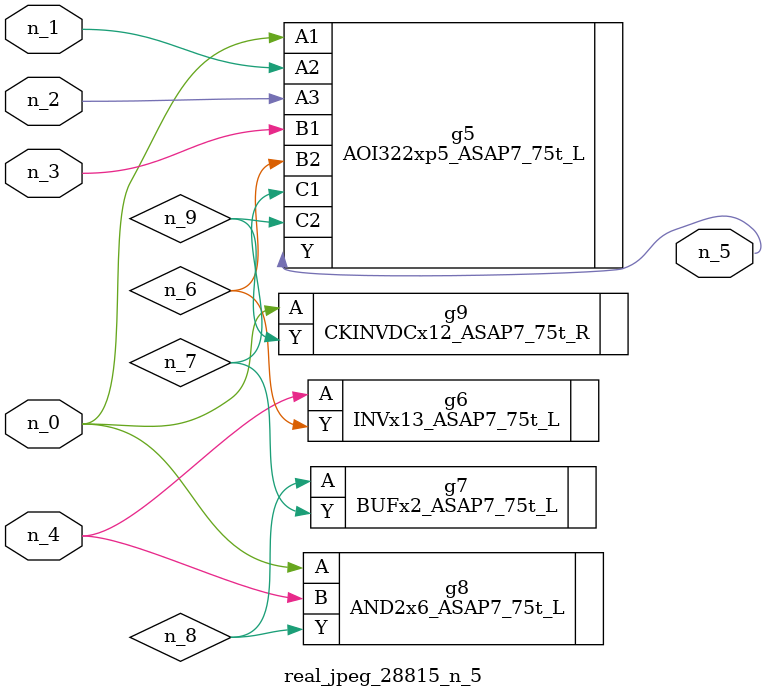
<source format=v>
module real_jpeg_28815_n_5 (n_4, n_0, n_1, n_2, n_3, n_5);

input n_4;
input n_0;
input n_1;
input n_2;
input n_3;

output n_5;

wire n_8;
wire n_6;
wire n_7;
wire n_9;

AOI322xp5_ASAP7_75t_L g5 ( 
.A1(n_0),
.A2(n_1),
.A3(n_2),
.B1(n_3),
.B2(n_6),
.C1(n_7),
.C2(n_9),
.Y(n_5)
);

AND2x6_ASAP7_75t_L g8 ( 
.A(n_0),
.B(n_4),
.Y(n_8)
);

CKINVDCx12_ASAP7_75t_R g9 ( 
.A(n_0),
.Y(n_9)
);

INVx13_ASAP7_75t_L g6 ( 
.A(n_4),
.Y(n_6)
);

BUFx2_ASAP7_75t_L g7 ( 
.A(n_8),
.Y(n_7)
);


endmodule
</source>
